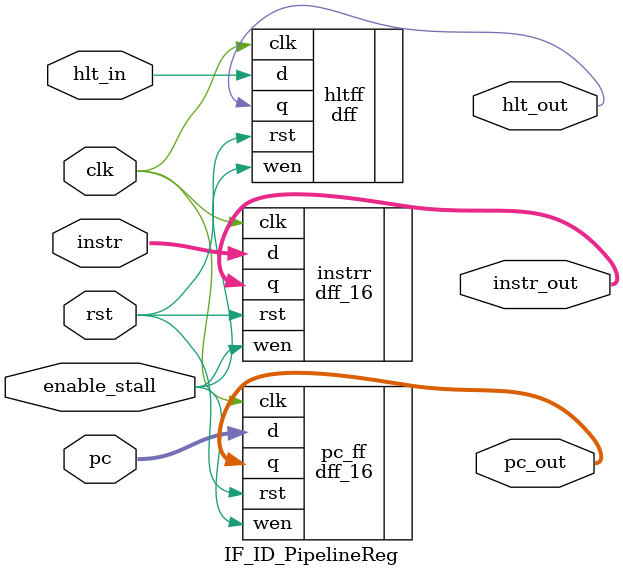
<source format=v>
module IF_ID_PipelineReg (
    input clk, rst, enable_stall, hlt_in,
    input [15:0] pc, instr,
    output hlt_out,
    output [15:0] pc_out, instr_out
);


dff_16 pc_ff(.q(pc_out), .d(pc), .clk(clk), .rst(rst), .wen(enable_stall));
dff_16 instrr(.clk(clk), .q(instr_out), .d(instr), .rst(rst), .wen(enable_stall));
dff hltff(.clk(clk), .rst(rst), .wen(enable_stall), .q(hlt_out), .d(hlt_in));

endmodule
</source>
